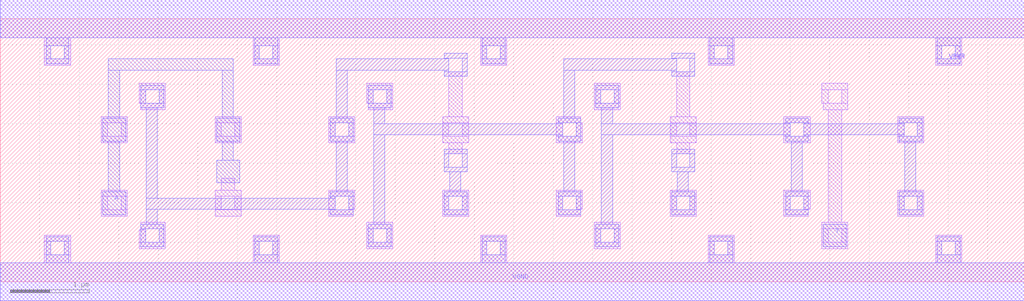
<source format=lef>
VERSION 5.7 ;
  NOWIREEXTENSIONATPIN ON ;
  DIVIDERCHAR "/" ;
  BUSBITCHARS "[]" ;
MACRO CLKBUF1
  CLASS CORE ;
  FOREIGN CLKBUF1 ;
  ORIGIN 0.000 0.000 ;
  SIZE 12.960 BY 3.330 ;
  SYMMETRY X Y R90 ;
  SITE unit ;
  PIN VPWR
    DIRECTION INOUT ;
    USE POWER ;
    SHAPE ABUTMENT ;
    PORT
      LAYER met1 ;
        RECT 0.000 3.090 12.960 3.570 ;
        RECT 0.580 2.990 0.870 3.090 ;
        RECT 0.580 2.820 0.640 2.990 ;
        RECT 0.810 2.820 0.870 2.990 ;
        RECT 0.580 2.760 0.870 2.820 ;
        RECT 3.220 2.990 3.510 3.090 ;
        RECT 3.220 2.820 3.280 2.990 ;
        RECT 3.450 2.820 3.510 2.990 ;
        RECT 3.220 2.760 3.510 2.820 ;
        RECT 6.100 2.990 6.390 3.090 ;
        RECT 6.100 2.820 6.160 2.990 ;
        RECT 6.330 2.820 6.390 2.990 ;
        RECT 6.100 2.760 6.390 2.820 ;
        RECT 8.980 2.990 9.270 3.090 ;
        RECT 8.980 2.820 9.040 2.990 ;
        RECT 9.210 2.820 9.270 2.990 ;
        RECT 8.980 2.760 9.270 2.820 ;
        RECT 11.860 2.990 12.150 3.090 ;
        RECT 11.860 2.820 11.920 2.990 ;
        RECT 12.090 2.820 12.150 2.990 ;
        RECT 11.860 2.760 12.150 2.820 ;
    END
    PORT
      LAYER li1 ;
        RECT 0.000 3.090 12.960 3.570 ;
        RECT 0.560 2.990 0.890 3.090 ;
        RECT 0.560 2.820 0.640 2.990 ;
        RECT 0.810 2.820 0.890 2.990 ;
        RECT 0.560 2.740 0.890 2.820 ;
        RECT 3.200 2.990 3.530 3.090 ;
        RECT 3.200 2.820 3.280 2.990 ;
        RECT 3.450 2.820 3.530 2.990 ;
        RECT 3.200 2.740 3.530 2.820 ;
        RECT 6.080 2.990 6.410 3.090 ;
        RECT 6.080 2.820 6.160 2.990 ;
        RECT 6.330 2.820 6.410 2.990 ;
        RECT 6.080 2.740 6.410 2.820 ;
        RECT 8.960 2.990 9.290 3.090 ;
        RECT 8.960 2.820 9.040 2.990 ;
        RECT 9.210 2.820 9.290 2.990 ;
        RECT 8.960 2.740 9.290 2.820 ;
        RECT 11.840 2.990 12.170 3.090 ;
        RECT 11.840 2.820 11.920 2.990 ;
        RECT 12.090 2.820 12.170 2.990 ;
        RECT 11.840 2.740 12.170 2.820 ;
    END
  END VPWR
  PIN VGND
    DIRECTION INOUT ;
    USE GROUND ;
    SHAPE ABUTMENT ;
    PORT
      LAYER met1 ;
        RECT 0.580 0.510 0.870 0.570 ;
        RECT 0.580 0.340 0.640 0.510 ;
        RECT 0.810 0.340 0.870 0.510 ;
        RECT 0.580 0.240 0.870 0.340 ;
        RECT 3.220 0.510 3.510 0.570 ;
        RECT 3.220 0.340 3.280 0.510 ;
        RECT 3.450 0.340 3.510 0.510 ;
        RECT 3.220 0.240 3.510 0.340 ;
        RECT 6.100 0.510 6.390 0.570 ;
        RECT 6.100 0.340 6.160 0.510 ;
        RECT 6.330 0.340 6.390 0.510 ;
        RECT 6.100 0.240 6.390 0.340 ;
        RECT 8.980 0.510 9.270 0.570 ;
        RECT 8.980 0.340 9.040 0.510 ;
        RECT 9.210 0.340 9.270 0.510 ;
        RECT 8.980 0.240 9.270 0.340 ;
        RECT 11.860 0.510 12.150 0.570 ;
        RECT 11.860 0.340 11.920 0.510 ;
        RECT 12.090 0.340 12.150 0.510 ;
        RECT 11.860 0.240 12.150 0.340 ;
        RECT 0.000 -0.240 12.960 0.240 ;
    END
    PORT
      LAYER li1 ;
        RECT 0.560 0.510 0.890 0.590 ;
        RECT 0.560 0.340 0.640 0.510 ;
        RECT 0.810 0.340 0.890 0.510 ;
        RECT 0.560 0.240 0.890 0.340 ;
        RECT 3.200 0.510 3.530 0.590 ;
        RECT 3.200 0.340 3.280 0.510 ;
        RECT 3.450 0.340 3.530 0.510 ;
        RECT 3.200 0.240 3.530 0.340 ;
        RECT 6.080 0.510 6.410 0.590 ;
        RECT 6.080 0.340 6.160 0.510 ;
        RECT 6.330 0.340 6.410 0.510 ;
        RECT 6.080 0.240 6.410 0.340 ;
        RECT 8.960 0.510 9.290 0.590 ;
        RECT 8.960 0.340 9.040 0.510 ;
        RECT 9.210 0.340 9.290 0.510 ;
        RECT 8.960 0.240 9.290 0.340 ;
        RECT 11.840 0.510 12.170 0.590 ;
        RECT 11.840 0.340 11.920 0.510 ;
        RECT 12.090 0.340 12.170 0.510 ;
        RECT 11.840 0.240 12.170 0.340 ;
        RECT 0.000 -0.240 12.960 0.240 ;
    END
  END VGND
  PIN Y
    DIRECTION INOUT ;
    USE SIGNAL ;
    SHAPE ABUTMENT ;
    PORT
      LAYER met1 ;
        RECT 10.420 0.440 10.710 0.730 ;
    END
  END Y
  PIN A
    DIRECTION INOUT ;
    USE SIGNAL ;
    SHAPE ABUTMENT ;
    PORT
      LAYER met1 ;
        RECT 1.370 2.680 2.950 2.820 ;
        RECT 1.370 2.070 1.510 2.680 ;
        RECT 2.810 2.070 2.950 2.680 ;
        RECT 1.300 1.780 1.590 2.070 ;
        RECT 2.740 1.780 3.030 2.070 ;
        RECT 1.370 1.140 1.510 1.780 ;
        RECT 2.810 1.540 2.950 1.780 ;
        RECT 2.740 1.250 3.030 1.540 ;
        RECT 1.300 0.850 1.590 1.140 ;
    END
  END A
  OBS
      LAYER li1 ;
        RECT 1.760 2.430 2.090 2.510 ;
        RECT 1.760 2.260 1.840 2.430 ;
        RECT 2.010 2.260 2.090 2.430 ;
        RECT 4.640 2.430 4.970 2.510 ;
        RECT 4.640 2.260 4.720 2.430 ;
        RECT 4.890 2.260 4.970 2.430 ;
        RECT 1.780 2.180 2.090 2.260 ;
        RECT 4.660 2.180 4.970 2.260 ;
        RECT 5.680 2.090 5.850 2.660 ;
        RECT 7.520 2.430 7.850 2.510 ;
        RECT 7.520 2.260 7.600 2.430 ;
        RECT 7.770 2.260 7.850 2.430 ;
        RECT 7.520 2.180 7.850 2.260 ;
        RECT 8.560 2.090 8.730 2.660 ;
        RECT 10.400 2.430 10.730 2.510 ;
        RECT 10.400 2.260 10.480 2.430 ;
        RECT 10.650 2.260 10.730 2.430 ;
        RECT 10.420 2.180 10.730 2.260 ;
        RECT 1.280 2.010 1.610 2.090 ;
        RECT 1.280 1.840 1.360 2.010 ;
        RECT 1.530 1.840 1.610 2.010 ;
        RECT 1.280 1.760 1.610 1.840 ;
        RECT 2.720 2.010 3.050 2.090 ;
        RECT 2.720 1.840 2.800 2.010 ;
        RECT 2.970 1.840 3.050 2.010 ;
        RECT 2.720 1.760 3.050 1.840 ;
        RECT 4.160 2.010 4.490 2.090 ;
        RECT 4.160 1.840 4.240 2.010 ;
        RECT 4.410 1.840 4.490 2.010 ;
        RECT 4.160 1.760 4.490 1.840 ;
        RECT 5.600 2.010 5.930 2.090 ;
        RECT 5.600 1.840 5.680 2.010 ;
        RECT 5.850 1.840 5.930 2.010 ;
        RECT 5.600 1.760 5.930 1.840 ;
        RECT 7.040 2.010 7.350 2.090 ;
        RECT 8.480 2.010 8.810 2.090 ;
        RECT 7.040 1.840 7.120 2.010 ;
        RECT 7.290 1.840 7.370 2.010 ;
        RECT 7.040 1.760 7.370 1.840 ;
        RECT 8.480 1.840 8.560 2.010 ;
        RECT 8.730 1.840 8.810 2.010 ;
        RECT 8.480 1.760 8.810 1.840 ;
        RECT 9.920 2.010 10.250 2.090 ;
        RECT 9.920 1.840 10.000 2.010 ;
        RECT 10.170 1.840 10.250 2.010 ;
        RECT 9.920 1.760 10.250 1.840 ;
        RECT 5.680 1.620 5.850 1.760 ;
        RECT 8.560 1.620 8.730 1.760 ;
        RECT 2.800 1.160 2.970 1.310 ;
        RECT 1.280 1.080 1.610 1.160 ;
        RECT 1.280 0.910 1.360 1.080 ;
        RECT 1.530 0.910 1.610 1.080 ;
        RECT 1.280 0.830 1.610 0.910 ;
        RECT 2.720 1.080 3.050 1.160 ;
        RECT 2.720 0.910 2.800 1.080 ;
        RECT 2.970 0.910 3.050 1.080 ;
        RECT 2.720 0.830 3.050 0.910 ;
        RECT 4.160 1.080 4.490 1.160 ;
        RECT 4.160 0.910 4.240 1.080 ;
        RECT 4.410 0.920 4.490 1.080 ;
        RECT 5.600 1.080 5.930 1.160 ;
        RECT 4.410 0.910 4.470 0.920 ;
        RECT 4.160 0.830 4.470 0.910 ;
        RECT 5.600 0.910 5.680 1.080 ;
        RECT 5.850 0.910 5.930 1.080 ;
        RECT 5.600 0.830 5.930 0.910 ;
        RECT 7.040 1.080 7.370 1.160 ;
        RECT 7.040 0.910 7.120 1.080 ;
        RECT 7.290 0.920 7.370 1.080 ;
        RECT 8.480 1.080 8.810 1.160 ;
        RECT 7.290 0.910 7.350 0.920 ;
        RECT 7.040 0.830 7.350 0.910 ;
        RECT 8.480 0.910 8.560 1.080 ;
        RECT 8.730 0.910 8.810 1.080 ;
        RECT 8.480 0.830 8.810 0.910 ;
        RECT 9.920 1.080 10.250 1.160 ;
        RECT 9.920 0.910 10.000 1.080 ;
        RECT 10.170 0.920 10.250 1.080 ;
        RECT 10.170 0.910 10.230 0.920 ;
        RECT 9.920 0.830 10.230 0.910 ;
        RECT 10.480 0.750 10.650 2.180 ;
        RECT 11.360 2.010 11.690 2.090 ;
        RECT 11.360 1.840 11.440 2.010 ;
        RECT 11.610 1.840 11.690 2.010 ;
        RECT 11.360 1.760 11.690 1.840 ;
        RECT 11.360 1.080 11.690 1.160 ;
        RECT 11.360 0.910 11.440 1.080 ;
        RECT 11.610 0.910 11.690 1.080 ;
        RECT 11.360 0.830 11.690 0.910 ;
        RECT 1.780 0.670 2.090 0.750 ;
        RECT 1.780 0.660 1.840 0.670 ;
        RECT 1.760 0.500 1.840 0.660 ;
        RECT 2.010 0.500 2.090 0.670 ;
        RECT 1.760 0.420 2.090 0.500 ;
        RECT 4.640 0.670 4.970 0.750 ;
        RECT 4.640 0.500 4.720 0.670 ;
        RECT 4.890 0.500 4.970 0.670 ;
        RECT 4.640 0.420 4.970 0.500 ;
        RECT 7.520 0.670 7.850 0.750 ;
        RECT 7.520 0.500 7.600 0.670 ;
        RECT 7.770 0.500 7.850 0.670 ;
        RECT 7.520 0.420 7.850 0.500 ;
        RECT 10.400 0.670 10.730 0.750 ;
        RECT 10.400 0.500 10.480 0.670 ;
        RECT 10.650 0.500 10.730 0.670 ;
        RECT 10.400 0.420 10.730 0.500 ;
      LAYER met1 ;
        RECT 5.620 2.830 5.910 2.890 ;
        RECT 5.620 2.820 5.680 2.830 ;
        RECT 4.250 2.680 5.680 2.820 ;
        RECT 1.780 2.430 2.070 2.490 ;
        RECT 1.780 2.260 1.840 2.430 ;
        RECT 2.010 2.260 2.070 2.430 ;
        RECT 1.780 2.200 2.070 2.260 ;
        RECT 1.850 1.060 1.990 2.200 ;
        RECT 4.250 2.070 4.390 2.680 ;
        RECT 5.620 2.660 5.680 2.680 ;
        RECT 5.850 2.660 5.910 2.830 ;
        RECT 8.500 2.830 8.790 2.890 ;
        RECT 8.500 2.820 8.560 2.830 ;
        RECT 5.620 2.600 5.910 2.660 ;
        RECT 7.130 2.680 8.560 2.820 ;
        RECT 4.660 2.430 4.950 2.490 ;
        RECT 4.660 2.260 4.720 2.430 ;
        RECT 4.890 2.260 4.950 2.430 ;
        RECT 4.660 2.200 4.950 2.260 ;
        RECT 4.180 2.010 4.470 2.070 ;
        RECT 4.180 1.840 4.240 2.010 ;
        RECT 4.410 1.840 4.470 2.010 ;
        RECT 4.180 1.780 4.470 1.840 ;
        RECT 4.730 2.000 4.870 2.200 ;
        RECT 7.130 2.070 7.270 2.680 ;
        RECT 8.500 2.660 8.560 2.680 ;
        RECT 8.730 2.660 8.790 2.830 ;
        RECT 8.500 2.600 8.790 2.660 ;
        RECT 7.540 2.430 7.830 2.490 ;
        RECT 7.540 2.260 7.600 2.430 ;
        RECT 7.770 2.260 7.830 2.430 ;
        RECT 7.540 2.200 7.830 2.260 ;
        RECT 7.060 2.010 7.350 2.070 ;
        RECT 7.060 2.000 7.120 2.010 ;
        RECT 4.730 1.860 7.120 2.000 ;
        RECT 4.250 1.140 4.390 1.780 ;
        RECT 4.180 1.080 4.470 1.140 ;
        RECT 4.180 1.060 4.240 1.080 ;
        RECT 1.850 0.920 4.240 1.060 ;
        RECT 1.850 0.730 1.990 0.920 ;
        RECT 4.180 0.910 4.240 0.920 ;
        RECT 4.410 0.910 4.470 1.080 ;
        RECT 4.180 0.850 4.470 0.910 ;
        RECT 4.730 0.730 4.870 1.860 ;
        RECT 7.060 1.840 7.120 1.860 ;
        RECT 7.290 1.840 7.350 2.010 ;
        RECT 7.060 1.780 7.350 1.840 ;
        RECT 7.610 2.000 7.750 2.200 ;
        RECT 9.940 2.010 10.230 2.070 ;
        RECT 9.940 2.000 10.000 2.010 ;
        RECT 7.610 1.860 10.000 2.000 ;
        RECT 5.620 1.620 5.910 1.680 ;
        RECT 5.620 1.450 5.680 1.620 ;
        RECT 5.850 1.450 5.910 1.620 ;
        RECT 5.620 1.390 5.910 1.450 ;
        RECT 5.690 1.140 5.830 1.390 ;
        RECT 7.130 1.140 7.270 1.780 ;
        RECT 5.620 1.080 5.910 1.140 ;
        RECT 5.620 0.910 5.680 1.080 ;
        RECT 5.850 0.910 5.910 1.080 ;
        RECT 5.620 0.850 5.910 0.910 ;
        RECT 7.060 1.080 7.350 1.140 ;
        RECT 7.060 0.910 7.120 1.080 ;
        RECT 7.290 0.910 7.350 1.080 ;
        RECT 7.060 0.850 7.350 0.910 ;
        RECT 7.610 0.730 7.750 1.860 ;
        RECT 9.940 1.840 10.000 1.860 ;
        RECT 10.170 2.000 10.230 2.010 ;
        RECT 11.380 2.010 11.670 2.070 ;
        RECT 11.380 2.000 11.440 2.010 ;
        RECT 10.170 1.860 11.440 2.000 ;
        RECT 10.170 1.840 10.230 1.860 ;
        RECT 9.940 1.780 10.230 1.840 ;
        RECT 11.380 1.840 11.440 1.860 ;
        RECT 11.610 1.840 11.670 2.010 ;
        RECT 11.380 1.780 11.670 1.840 ;
        RECT 8.500 1.620 8.790 1.680 ;
        RECT 8.500 1.450 8.560 1.620 ;
        RECT 8.730 1.450 8.790 1.620 ;
        RECT 8.500 1.390 8.790 1.450 ;
        RECT 8.570 1.140 8.710 1.390 ;
        RECT 10.010 1.140 10.150 1.780 ;
        RECT 11.450 1.140 11.590 1.780 ;
        RECT 8.500 1.080 8.790 1.140 ;
        RECT 8.500 0.910 8.560 1.080 ;
        RECT 8.730 0.910 8.790 1.080 ;
        RECT 8.500 0.850 8.790 0.910 ;
        RECT 9.940 1.080 10.230 1.140 ;
        RECT 9.940 0.910 10.000 1.080 ;
        RECT 10.170 0.910 10.230 1.080 ;
        RECT 9.940 0.850 10.230 0.910 ;
        RECT 11.380 1.080 11.670 1.140 ;
        RECT 11.380 0.910 11.440 1.080 ;
        RECT 11.610 0.910 11.670 1.080 ;
        RECT 11.380 0.850 11.670 0.910 ;
        RECT 1.780 0.670 2.070 0.730 ;
        RECT 1.780 0.500 1.840 0.670 ;
        RECT 2.010 0.500 2.070 0.670 ;
        RECT 1.780 0.440 2.070 0.500 ;
        RECT 4.660 0.670 4.950 0.730 ;
        RECT 4.660 0.500 4.720 0.670 ;
        RECT 4.890 0.500 4.950 0.670 ;
        RECT 4.660 0.440 4.950 0.500 ;
        RECT 7.540 0.670 7.830 0.730 ;
        RECT 7.540 0.500 7.600 0.670 ;
        RECT 7.770 0.500 7.830 0.670 ;
        RECT 7.540 0.440 7.830 0.500 ;
  END
END CLKBUF1
END LIBRARY


</source>
